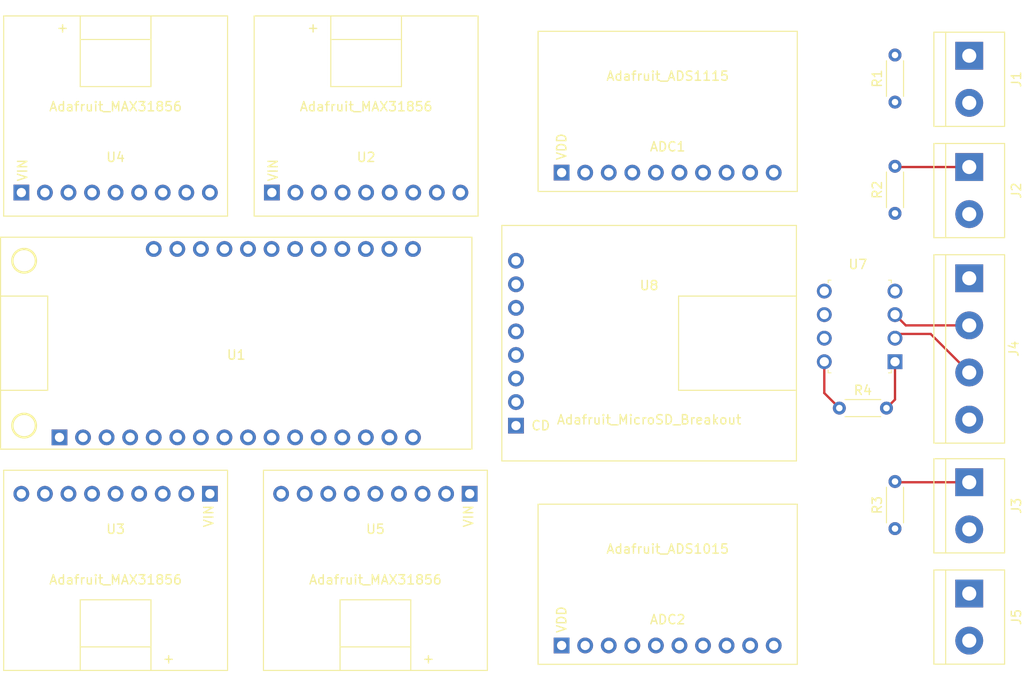
<source format=kicad_pcb>
(kicad_pcb (version 20171130) (host pcbnew "(5.1.6)-1")

  (general
    (thickness 1.6)
    (drawings 0)
    (tracks 13)
    (zones 0)
    (modules 18)
    (nets 56)
  )

  (page A4)
  (layers
    (0 F.Cu signal)
    (31 B.Cu signal)
    (33 F.Adhes user)
    (35 F.Paste user)
    (37 F.SilkS user)
    (38 B.Mask user)
    (39 F.Mask user)
    (40 Dwgs.User user)
    (41 Cmts.User user)
    (42 Eco1.User user)
    (43 Eco2.User user)
    (44 Edge.Cuts user)
    (45 Margin user)
    (46 B.CrtYd user)
    (47 F.CrtYd user)
    (49 F.Fab user)
  )

  (setup
    (last_trace_width 0.25)
    (trace_clearance 0.2)
    (zone_clearance 0.508)
    (zone_45_only no)
    (trace_min 0.2)
    (via_size 0.8)
    (via_drill 0.4)
    (via_min_size 0.4)
    (via_min_drill 0.3)
    (uvia_size 0.3)
    (uvia_drill 0.1)
    (uvias_allowed no)
    (uvia_min_size 0.2)
    (uvia_min_drill 0.1)
    (edge_width 0.05)
    (segment_width 0.2)
    (pcb_text_width 0.3)
    (pcb_text_size 1.5 1.5)
    (mod_edge_width 0.12)
    (mod_text_size 1 1)
    (mod_text_width 0.15)
    (pad_size 1.524 1.524)
    (pad_drill 0.762)
    (pad_to_mask_clearance 0.05)
    (aux_axis_origin 0 0)
    (visible_elements 7FFFFFFF)
    (pcbplotparams
      (layerselection 0x010fc_ffffffff)
      (usegerberextensions false)
      (usegerberattributes true)
      (usegerberadvancedattributes true)
      (creategerberjobfile true)
      (excludeedgelayer true)
      (linewidth 0.100000)
      (plotframeref false)
      (viasonmask false)
      (mode 1)
      (useauxorigin false)
      (hpglpennumber 1)
      (hpglpenspeed 20)
      (hpglpendiameter 15.000000)
      (psnegative false)
      (psa4output false)
      (plotreference true)
      (plotvalue true)
      (plotinvisibletext false)
      (padsonsilk false)
      (subtractmaskfromsilk false)
      (outputformat 1)
      (mirror false)
      (drillshape 1)
      (scaleselection 1)
      (outputdirectory ""))
  )

  (net 0 "")
  (net 1 ADC_A3)
  (net 2 ADC_A2)
  (net 3 ADC_A1)
  (net 4 GND)
  (net 5 "Net-(ADC1-Pad6)")
  (net 6 "Net-(ADC1-Pad5)")
  (net 7 I2C_SDA)
  (net 8 I2C_SCL)
  (net 9 +5V)
  (net 10 LOAD_CELL_VOLTAGE)
  (net 11 "Net-(ADC2-Pad6)")
  (net 12 "Net-(ADC2-Pad5)")
  (net 13 +9V)
  (net 14 "Net-(J4-Pad3)")
  (net 15 "Net-(J4-Pad2)")
  (net 16 "Net-(R4-Pad2)")
  (net 17 "Net-(R4-Pad1)")
  (net 18 "Net-(U1-Pad28)")
  (net 19 "Net-(U1-Pad27)")
  (net 20 "Net-(U1-Pad25)")
  (net 21 CS_5)
  (net 22 CS_4)
  (net 23 CS_3)
  (net 24 CS_2)
  (net 25 CS_1)
  (net 26 "Net-(U1-Pad16)")
  (net 27 "Net-(U1-Pad15)")
  (net 28 "Net-(U1-Pad14)")
  (net 29 SPI_MISO)
  (net 30 SPI_MOSI)
  (net 31 SPI_SCK)
  (net 32 "Net-(U1-Pad10)")
  (net 33 "Net-(U1-Pad9)")
  (net 34 "Net-(U1-Pad8)")
  (net 35 "Net-(U1-Pad7)")
  (net 36 "Net-(U1-Pad6)")
  (net 37 "Net-(U1-Pad5)")
  (net 38 "Net-(U1-Pad3)")
  (net 39 +3V3)
  (net 40 "Net-(U1-Pad1)")
  (net 41 "Net-(U2-Pad9)")
  (net 42 "Net-(U2-Pad8)")
  (net 43 "Net-(U2-Pad2)")
  (net 44 "Net-(U3-Pad9)")
  (net 45 "Net-(U3-Pad8)")
  (net 46 "Net-(U3-Pad2)")
  (net 47 "Net-(U4-Pad9)")
  (net 48 "Net-(U4-Pad8)")
  (net 49 "Net-(U4-Pad2)")
  (net 50 "Net-(U5-Pad9)")
  (net 51 "Net-(U5-Pad8)")
  (net 52 "Net-(U5-Pad2)")
  (net 53 "Net-(U8-Pad8)")
  (net 54 "Net-(U8-Pad1)")
  (net 55 "Net-(U1-Pad24)")

  (net_class Default "This is the default net class."
    (clearance 0.2)
    (trace_width 0.25)
    (via_dia 0.8)
    (via_drill 0.4)
    (uvia_dia 0.3)
    (uvia_drill 0.1)
    (add_net +3V3)
    (add_net +5V)
    (add_net +9V)
    (add_net ADC_A1)
    (add_net ADC_A2)
    (add_net ADC_A3)
    (add_net CS_1)
    (add_net CS_2)
    (add_net CS_3)
    (add_net CS_4)
    (add_net CS_5)
    (add_net GND)
    (add_net I2C_SCL)
    (add_net I2C_SDA)
    (add_net LOAD_CELL_VOLTAGE)
    (add_net "Net-(ADC1-Pad5)")
    (add_net "Net-(ADC1-Pad6)")
    (add_net "Net-(ADC2-Pad5)")
    (add_net "Net-(ADC2-Pad6)")
    (add_net "Net-(J4-Pad2)")
    (add_net "Net-(J4-Pad3)")
    (add_net "Net-(R4-Pad1)")
    (add_net "Net-(R4-Pad2)")
    (add_net "Net-(U1-Pad1)")
    (add_net "Net-(U1-Pad10)")
    (add_net "Net-(U1-Pad14)")
    (add_net "Net-(U1-Pad15)")
    (add_net "Net-(U1-Pad16)")
    (add_net "Net-(U1-Pad24)")
    (add_net "Net-(U1-Pad25)")
    (add_net "Net-(U1-Pad27)")
    (add_net "Net-(U1-Pad28)")
    (add_net "Net-(U1-Pad3)")
    (add_net "Net-(U1-Pad5)")
    (add_net "Net-(U1-Pad6)")
    (add_net "Net-(U1-Pad7)")
    (add_net "Net-(U1-Pad8)")
    (add_net "Net-(U1-Pad9)")
    (add_net "Net-(U2-Pad2)")
    (add_net "Net-(U2-Pad8)")
    (add_net "Net-(U2-Pad9)")
    (add_net "Net-(U3-Pad2)")
    (add_net "Net-(U3-Pad8)")
    (add_net "Net-(U3-Pad9)")
    (add_net "Net-(U4-Pad2)")
    (add_net "Net-(U4-Pad8)")
    (add_net "Net-(U4-Pad9)")
    (add_net "Net-(U5-Pad2)")
    (add_net "Net-(U5-Pad8)")
    (add_net "Net-(U5-Pad9)")
    (add_net "Net-(U8-Pad1)")
    (add_net "Net-(U8-Pad8)")
    (add_net SPI_MISO)
    (add_net SPI_MOSI)
    (add_net SPI_SCK)
  )

  (module "Test Bench PCB Breakout:Adafruit_MAX31856" (layer F.Cu) (tedit 5FA8005D) (tstamp 5FA8B596)
    (at 63 49.5)
    (path /5F8AB175)
    (fp_text reference U4 (at 0 4.445) (layer F.SilkS)
      (effects (font (size 1 1) (thickness 0.15)))
    )
    (fp_text value Adafruit_MAX31856 (at 0 -1.016) (layer F.SilkS)
      (effects (font (size 1 1) (thickness 0.15)))
    )
    (fp_line (start -3.81 -8.255) (end 3.81 -8.255) (layer F.SilkS) (width 0.12))
    (fp_line (start 3.81 -3.175) (end 3.81 -10.795) (layer F.SilkS) (width 0.12))
    (fp_line (start -3.81 -3.175) (end 3.81 -3.175) (layer F.SilkS) (width 0.12))
    (fp_line (start -3.81 -10.795) (end -3.81 -3.175) (layer F.SilkS) (width 0.12))
    (fp_line (start -12.065 10.795) (end 12.065 10.795) (layer F.SilkS) (width 0.12))
    (fp_line (start -12.065 -10.795) (end -12.065 10.795) (layer F.SilkS) (width 0.12))
    (fp_line (start 12.065 -10.795) (end -12.065 -10.795) (layer F.SilkS) (width 0.12))
    (fp_line (start -12.065 10.795) (end -12.065 -10.795) (layer F.Fab) (width 0.12))
    (fp_line (start -12.065 -10.795) (end 12.065 -10.795) (layer F.Fab) (width 0.12))
    (fp_line (start 12.065 -10.795) (end 12.065 10.795) (layer F.Fab) (width 0.12))
    (fp_line (start 12.065 10.795) (end -12.065 10.795) (layer F.Fab) (width 0.12))
    (fp_line (start 12.065 -10.795) (end 12.065 10.795) (layer F.SilkS) (width 0.12))
    (fp_line (start 0 -3.175) (end -3.81 -3.175) (layer F.Fab) (width 0.12))
    (fp_line (start -3.81 -3.175) (end -3.81 -10.795) (layer F.Fab) (width 0.12))
    (fp_line (start 3.81 -10.795) (end 3.81 -3.175) (layer F.Fab) (width 0.12))
    (fp_line (start 3.81 -3.175) (end 0 -3.175) (layer F.Fab) (width 0.12))
    (fp_line (start -3.81 -8.255) (end 3.81 -8.255) (layer F.Fab) (width 0.12))
    (fp_text user + (at -5.715 -9.525) (layer F.SilkS)
      (effects (font (size 1 1) (thickness 0.15)))
    )
    (fp_text user VIN (at -10.033 5.842 90) (layer F.SilkS)
      (effects (font (size 1 1) (thickness 0.15)))
    )
    (pad 9 thru_hole circle (at 10.16 8.255) (size 1.7 1.7) (drill 1) (layers *.Cu *.Mask)
      (net 47 "Net-(U4-Pad9)"))
    (pad 8 thru_hole circle (at 7.62 8.255) (size 1.7 1.7) (drill 1) (layers *.Cu *.Mask)
      (net 48 "Net-(U4-Pad8)"))
    (pad 7 thru_hole circle (at 5.08 8.255) (size 1.7 1.7) (drill 1) (layers *.Cu *.Mask)
      (net 24 CS_2))
    (pad 6 thru_hole circle (at 2.54 8.255) (size 1.7 1.7) (drill 1) (layers *.Cu *.Mask)
      (net 29 SPI_MISO))
    (pad 5 thru_hole circle (at 0 8.255) (size 1.7 1.7) (drill 1) (layers *.Cu *.Mask)
      (net 30 SPI_MOSI))
    (pad 4 thru_hole circle (at -2.54 8.255) (size 1.7 1.7) (drill 1) (layers *.Cu *.Mask)
      (net 31 SPI_SCK))
    (pad 3 thru_hole circle (at -5.08 8.255) (size 1.7 1.7) (drill 1) (layers *.Cu *.Mask)
      (net 4 GND))
    (pad 2 thru_hole circle (at -7.62 8.255) (size 1.7 1.7) (drill 1) (layers *.Cu *.Mask)
      (net 49 "Net-(U4-Pad2)"))
    (pad 1 thru_hole rect (at -10.16 8.255) (size 1.7 1.7) (drill 1) (layers *.Cu *.Mask)
      (net 9 +5V))
  )

  (module "Test Bench PCB Breakout:Adafruit_MAX31856" (layer F.Cu) (tedit 5FA8005D) (tstamp 5FA8B576)
    (at 63 98.5 180)
    (path /5F8A86F2)
    (fp_text reference U3 (at 0 4.445) (layer F.SilkS)
      (effects (font (size 1 1) (thickness 0.15)))
    )
    (fp_text value Adafruit_MAX31856 (at 0 -1.016) (layer F.SilkS)
      (effects (font (size 1 1) (thickness 0.15)))
    )
    (fp_line (start -3.81 -8.255) (end 3.81 -8.255) (layer F.SilkS) (width 0.12))
    (fp_line (start 3.81 -3.175) (end 3.81 -10.795) (layer F.SilkS) (width 0.12))
    (fp_line (start -3.81 -3.175) (end 3.81 -3.175) (layer F.SilkS) (width 0.12))
    (fp_line (start -3.81 -10.795) (end -3.81 -3.175) (layer F.SilkS) (width 0.12))
    (fp_line (start -12.065 10.795) (end 12.065 10.795) (layer F.SilkS) (width 0.12))
    (fp_line (start -12.065 -10.795) (end -12.065 10.795) (layer F.SilkS) (width 0.12))
    (fp_line (start 12.065 -10.795) (end -12.065 -10.795) (layer F.SilkS) (width 0.12))
    (fp_line (start -12.065 10.795) (end -12.065 -10.795) (layer F.Fab) (width 0.12))
    (fp_line (start -12.065 -10.795) (end 12.065 -10.795) (layer F.Fab) (width 0.12))
    (fp_line (start 12.065 -10.795) (end 12.065 10.795) (layer F.Fab) (width 0.12))
    (fp_line (start 12.065 10.795) (end -12.065 10.795) (layer F.Fab) (width 0.12))
    (fp_line (start 12.065 -10.795) (end 12.065 10.795) (layer F.SilkS) (width 0.12))
    (fp_line (start 0 -3.175) (end -3.81 -3.175) (layer F.Fab) (width 0.12))
    (fp_line (start -3.81 -3.175) (end -3.81 -10.795) (layer F.Fab) (width 0.12))
    (fp_line (start 3.81 -10.795) (end 3.81 -3.175) (layer F.Fab) (width 0.12))
    (fp_line (start 3.81 -3.175) (end 0 -3.175) (layer F.Fab) (width 0.12))
    (fp_line (start -3.81 -8.255) (end 3.81 -8.255) (layer F.Fab) (width 0.12))
    (fp_text user + (at -5.715 -9.525) (layer F.SilkS)
      (effects (font (size 1 1) (thickness 0.15)))
    )
    (fp_text user VIN (at -10.033 5.842 90) (layer F.SilkS)
      (effects (font (size 1 1) (thickness 0.15)))
    )
    (pad 9 thru_hole circle (at 10.16 8.255 180) (size 1.7 1.7) (drill 1) (layers *.Cu *.Mask)
      (net 44 "Net-(U3-Pad9)"))
    (pad 8 thru_hole circle (at 7.62 8.255 180) (size 1.7 1.7) (drill 1) (layers *.Cu *.Mask)
      (net 45 "Net-(U3-Pad8)"))
    (pad 7 thru_hole circle (at 5.08 8.255 180) (size 1.7 1.7) (drill 1) (layers *.Cu *.Mask)
      (net 23 CS_3))
    (pad 6 thru_hole circle (at 2.54 8.255 180) (size 1.7 1.7) (drill 1) (layers *.Cu *.Mask)
      (net 29 SPI_MISO))
    (pad 5 thru_hole circle (at 0 8.255 180) (size 1.7 1.7) (drill 1) (layers *.Cu *.Mask)
      (net 30 SPI_MOSI))
    (pad 4 thru_hole circle (at -2.54 8.255 180) (size 1.7 1.7) (drill 1) (layers *.Cu *.Mask)
      (net 31 SPI_SCK))
    (pad 3 thru_hole circle (at -5.08 8.255 180) (size 1.7 1.7) (drill 1) (layers *.Cu *.Mask)
      (net 4 GND))
    (pad 2 thru_hole circle (at -7.62 8.255 180) (size 1.7 1.7) (drill 1) (layers *.Cu *.Mask)
      (net 46 "Net-(U3-Pad2)"))
    (pad 1 thru_hole rect (at -10.16 8.255 180) (size 1.7 1.7) (drill 1) (layers *.Cu *.Mask)
      (net 9 +5V))
  )

  (module "Test Bench PCB Breakout:Adafruit_MicroSD" (layer F.Cu) (tedit 5FA800B6) (tstamp 5FA8B5EF)
    (at 120.5 74 180)
    (path /5F8F764B)
    (fp_text reference U8 (at 0 6.223) (layer F.SilkS)
      (effects (font (size 1 1) (thickness 0.15)))
    )
    (fp_text value Adafruit_MicroSD_Breakout (at 0 -8.255) (layer F.SilkS)
      (effects (font (size 1 1) (thickness 0.15)))
    )
    (fp_line (start -3.175 5.08) (end -15.875 5.08) (layer F.SilkS) (width 0.12))
    (fp_line (start -3.175 -5.08) (end -3.175 5.08) (layer F.SilkS) (width 0.12))
    (fp_line (start -15.875 -5.08) (end -3.175 -5.08) (layer F.SilkS) (width 0.12))
    (fp_line (start -15.875 12.7) (end -15.875 -12.7) (layer F.SilkS) (width 0.12))
    (fp_line (start 15.875 12.7) (end -15.875 12.7) (layer F.SilkS) (width 0.12))
    (fp_line (start 15.875 -12.7) (end 15.875 12.7) (layer F.SilkS) (width 0.12))
    (fp_line (start -15.875 -12.7) (end 15.875 -12.7) (layer F.SilkS) (width 0.12))
    (fp_line (start 15.875 0) (end 15.875 -12.7) (layer F.Fab) (width 0.12))
    (fp_line (start 15.875 -12.7) (end -15.875 -12.7) (layer F.Fab) (width 0.12))
    (fp_line (start -15.875 -12.7) (end -15.875 12.7) (layer F.Fab) (width 0.12))
    (fp_line (start -15.875 12.7) (end 15.875 12.7) (layer F.Fab) (width 0.12))
    (fp_line (start 15.875 12.7) (end 15.875 0) (layer F.Fab) (width 0.12))
    (fp_line (start -15.875 -5.08) (end -3.175 -5.08) (layer F.Fab) (width 0.12))
    (fp_line (start -3.175 -5.08) (end -3.175 5.08) (layer F.Fab) (width 0.12))
    (fp_line (start -3.175 5.08) (end -15.875 5.08) (layer F.Fab) (width 0.12))
    (fp_text user CD (at 11.684 -8.89) (layer F.SilkS)
      (effects (font (size 1 1) (thickness 0.15)))
    )
    (pad 8 thru_hole circle (at 14.351 8.89 180) (size 1.7 1.7) (drill 1) (layers *.Cu *.Mask)
      (net 53 "Net-(U8-Pad8)"))
    (pad 7 thru_hole circle (at 14.351 6.35 180) (size 1.7 1.7) (drill 1) (layers *.Cu *.Mask)
      (net 39 +3V3))
    (pad 6 thru_hole circle (at 14.351 3.81 180) (size 1.7 1.7) (drill 1) (layers *.Cu *.Mask)
      (net 4 GND))
    (pad 5 thru_hole circle (at 14.351 1.27 180) (size 1.7 1.7) (drill 1) (layers *.Cu *.Mask)
      (net 31 SPI_SCK))
    (pad 4 thru_hole circle (at 14.351 -1.27 180) (size 1.7 1.7) (drill 1) (layers *.Cu *.Mask)
      (net 29 SPI_MISO))
    (pad 3 thru_hole circle (at 14.351 -3.81 180) (size 1.7 1.7) (drill 1) (layers *.Cu *.Mask)
      (net 30 SPI_MOSI))
    (pad 2 thru_hole circle (at 14.351 -6.35 180) (size 1.7 1.7) (drill 1) (layers *.Cu *.Mask)
      (net 21 CS_5))
    (pad 1 thru_hole rect (at 14.351 -8.89 180) (size 1.7 1.7) (drill 1) (layers *.Cu *.Mask)
      (net 54 "Net-(U8-Pad1)"))
  )

  (module "Test Bench PCB Breakout:INA_122P" (layer F.Cu) (tedit 5B86B3A2) (tstamp 5FA8B5D3)
    (at 147 76 180)
    (descr http://media.digikey.com/pdf/Data%20Sheets/Lite-On%20PDFs/6N137%20Series.pdf)
    (path /5F8AD66F)
    (fp_text reference U7 (at 4 10.5) (layer F.SilkS)
      (effects (font (size 1 1) (thickness 0.15)))
    )
    (fp_text value INA_122P (at 3.94 10.33) (layer F.Fab)
      (effects (font (size 1 1) (thickness 0.15)))
    )
    (fp_line (start -1.05 8.89) (end 8.67 8.89) (layer F.CrtYd) (width 0.1))
    (fp_line (start -1.05 -1.29) (end -1.05 8.89) (layer F.CrtYd) (width 0.1))
    (fp_line (start 8.67 -1.29) (end 8.67 8.89) (layer F.CrtYd) (width 0.1))
    (fp_line (start -1.05 -1.29) (end 8.67 -1.29) (layer F.CrtYd) (width 0.1))
    (fp_line (start 0.4 -0.9) (end 0.4 -1.2) (layer F.SilkS) (width 0.1))
    (fp_line (start 0.4 -1.2) (end 0.7 -1.2) (layer F.SilkS) (width 0.1))
    (fp_line (start 7.2 -0.9) (end 7.2 -1.2) (layer F.SilkS) (width 0.1))
    (fp_line (start 7.2 -1.2) (end 6.9 -1.2) (layer F.SilkS) (width 0.1))
    (fp_line (start 7.2 8.5) (end 7.2 8.8) (layer F.SilkS) (width 0.1))
    (fp_line (start 7.2 8.8) (end 6.9 8.8) (layer F.SilkS) (width 0.1))
    (fp_line (start 0.4 8.5) (end 0.4 8.8) (layer F.SilkS) (width 0.1))
    (fp_line (start 0.4 8.8) (end 0.7 8.8) (layer F.SilkS) (width 0.1))
    (fp_line (start 0.55 8.64) (end 7.05 8.64) (layer F.Fab) (width 0.1))
    (fp_line (start 0.55 -1.04) (end 7.05 -1.04) (layer F.Fab) (width 0.1))
    (fp_line (start 7.05 -1.04) (end 7.05 8.64) (layer F.Fab) (width 0.1))
    (fp_line (start 0.55 -1.04) (end 0.55 8.64) (layer F.Fab) (width 0.1))
    (fp_text user REF** (at 3.94 3.49) (layer F.Fab)
      (effects (font (size 1 1) (thickness 0.1)))
    )
    (pad 8 thru_hole circle (at 7.62 0 180) (size 1.6 1.6) (drill 1) (layers *.Cu *.Mask)
      (net 17 "Net-(R4-Pad1)"))
    (pad 7 thru_hole circle (at 7.62 2.54 180) (size 1.6 1.6) (drill 1) (layers *.Cu *.Mask)
      (net 9 +5V))
    (pad 6 thru_hole circle (at 7.62 5.08 180) (size 1.6 1.6) (drill 1) (layers *.Cu *.Mask)
      (net 10 LOAD_CELL_VOLTAGE))
    (pad 5 thru_hole circle (at 7.62 7.62 180) (size 1.6 1.6) (drill 1) (layers *.Cu *.Mask)
      (net 4 GND))
    (pad 4 thru_hole circle (at 0 7.62 180) (size 1.6 1.6) (drill 1) (layers *.Cu *.Mask)
      (net 4 GND))
    (pad 3 thru_hole circle (at 0 5.08 180) (size 1.6 1.6) (drill 1) (layers *.Cu *.Mask)
      (net 15 "Net-(J4-Pad2)"))
    (pad 2 thru_hole circle (at 0 2.54 180) (size 1.6 1.6) (drill 1) (layers *.Cu *.Mask)
      (net 14 "Net-(J4-Pad3)"))
    (pad 1 thru_hole rect (at 0 0 180) (size 1.6 1.6) (drill 1) (layers *.Cu *.Mask)
      (net 16 "Net-(R4-Pad2)"))
    (model ${KISYS3DMOD}/Housings_DIP.3dshapes/DIP-8_W7.62mm.wrl
      (at (xyz 0 0 0))
      (scale (xyz 1 1 1))
      (rotate (xyz 0 0 0))
    )
  )

  (module "Test Bench PCB Breakout:Adafruit_MAX31856" (layer F.Cu) (tedit 5FA8005D) (tstamp 5FA8B5B6)
    (at 91 98.5 180)
    (path /5F8AB18D)
    (fp_text reference U5 (at 0 4.445) (layer F.SilkS)
      (effects (font (size 1 1) (thickness 0.15)))
    )
    (fp_text value Adafruit_MAX31856 (at 0 -1.016) (layer F.SilkS)
      (effects (font (size 1 1) (thickness 0.15)))
    )
    (fp_line (start -3.81 -8.255) (end 3.81 -8.255) (layer F.SilkS) (width 0.12))
    (fp_line (start 3.81 -3.175) (end 3.81 -10.795) (layer F.SilkS) (width 0.12))
    (fp_line (start -3.81 -3.175) (end 3.81 -3.175) (layer F.SilkS) (width 0.12))
    (fp_line (start -3.81 -10.795) (end -3.81 -3.175) (layer F.SilkS) (width 0.12))
    (fp_line (start -12.065 10.795) (end 12.065 10.795) (layer F.SilkS) (width 0.12))
    (fp_line (start -12.065 -10.795) (end -12.065 10.795) (layer F.SilkS) (width 0.12))
    (fp_line (start 12.065 -10.795) (end -12.065 -10.795) (layer F.SilkS) (width 0.12))
    (fp_line (start -12.065 10.795) (end -12.065 -10.795) (layer F.Fab) (width 0.12))
    (fp_line (start -12.065 -10.795) (end 12.065 -10.795) (layer F.Fab) (width 0.12))
    (fp_line (start 12.065 -10.795) (end 12.065 10.795) (layer F.Fab) (width 0.12))
    (fp_line (start 12.065 10.795) (end -12.065 10.795) (layer F.Fab) (width 0.12))
    (fp_line (start 12.065 -10.795) (end 12.065 10.795) (layer F.SilkS) (width 0.12))
    (fp_line (start 0 -3.175) (end -3.81 -3.175) (layer F.Fab) (width 0.12))
    (fp_line (start -3.81 -3.175) (end -3.81 -10.795) (layer F.Fab) (width 0.12))
    (fp_line (start 3.81 -10.795) (end 3.81 -3.175) (layer F.Fab) (width 0.12))
    (fp_line (start 3.81 -3.175) (end 0 -3.175) (layer F.Fab) (width 0.12))
    (fp_line (start -3.81 -8.255) (end 3.81 -8.255) (layer F.Fab) (width 0.12))
    (fp_text user + (at -5.715 -9.525) (layer F.SilkS)
      (effects (font (size 1 1) (thickness 0.15)))
    )
    (fp_text user VIN (at -10.033 5.842 90) (layer F.SilkS)
      (effects (font (size 1 1) (thickness 0.15)))
    )
    (pad 9 thru_hole circle (at 10.16 8.255 180) (size 1.7 1.7) (drill 1) (layers *.Cu *.Mask)
      (net 50 "Net-(U5-Pad9)"))
    (pad 8 thru_hole circle (at 7.62 8.255 180) (size 1.7 1.7) (drill 1) (layers *.Cu *.Mask)
      (net 51 "Net-(U5-Pad8)"))
    (pad 7 thru_hole circle (at 5.08 8.255 180) (size 1.7 1.7) (drill 1) (layers *.Cu *.Mask)
      (net 22 CS_4))
    (pad 6 thru_hole circle (at 2.54 8.255 180) (size 1.7 1.7) (drill 1) (layers *.Cu *.Mask)
      (net 29 SPI_MISO))
    (pad 5 thru_hole circle (at 0 8.255 180) (size 1.7 1.7) (drill 1) (layers *.Cu *.Mask)
      (net 30 SPI_MOSI))
    (pad 4 thru_hole circle (at -2.54 8.255 180) (size 1.7 1.7) (drill 1) (layers *.Cu *.Mask)
      (net 31 SPI_SCK))
    (pad 3 thru_hole circle (at -5.08 8.255 180) (size 1.7 1.7) (drill 1) (layers *.Cu *.Mask)
      (net 4 GND))
    (pad 2 thru_hole circle (at -7.62 8.255 180) (size 1.7 1.7) (drill 1) (layers *.Cu *.Mask)
      (net 52 "Net-(U5-Pad2)"))
    (pad 1 thru_hole rect (at -10.16 8.255 180) (size 1.7 1.7) (drill 1) (layers *.Cu *.Mask)
      (net 9 +5V))
  )

  (module "Test Bench PCB Breakout:Adafruit_MAX31856" (layer F.Cu) (tedit 5FA8005D) (tstamp 5FA8B556)
    (at 90 49.5)
    (path /5F8A1A33)
    (fp_text reference U2 (at 0 4.445) (layer F.SilkS)
      (effects (font (size 1 1) (thickness 0.15)))
    )
    (fp_text value Adafruit_MAX31856 (at 0 -1.016) (layer F.SilkS)
      (effects (font (size 1 1) (thickness 0.15)))
    )
    (fp_line (start -3.81 -8.255) (end 3.81 -8.255) (layer F.SilkS) (width 0.12))
    (fp_line (start 3.81 -3.175) (end 3.81 -10.795) (layer F.SilkS) (width 0.12))
    (fp_line (start -3.81 -3.175) (end 3.81 -3.175) (layer F.SilkS) (width 0.12))
    (fp_line (start -3.81 -10.795) (end -3.81 -3.175) (layer F.SilkS) (width 0.12))
    (fp_line (start -12.065 10.795) (end 12.065 10.795) (layer F.SilkS) (width 0.12))
    (fp_line (start -12.065 -10.795) (end -12.065 10.795) (layer F.SilkS) (width 0.12))
    (fp_line (start 12.065 -10.795) (end -12.065 -10.795) (layer F.SilkS) (width 0.12))
    (fp_line (start -12.065 10.795) (end -12.065 -10.795) (layer F.Fab) (width 0.12))
    (fp_line (start -12.065 -10.795) (end 12.065 -10.795) (layer F.Fab) (width 0.12))
    (fp_line (start 12.065 -10.795) (end 12.065 10.795) (layer F.Fab) (width 0.12))
    (fp_line (start 12.065 10.795) (end -12.065 10.795) (layer F.Fab) (width 0.12))
    (fp_line (start 12.065 -10.795) (end 12.065 10.795) (layer F.SilkS) (width 0.12))
    (fp_line (start 0 -3.175) (end -3.81 -3.175) (layer F.Fab) (width 0.12))
    (fp_line (start -3.81 -3.175) (end -3.81 -10.795) (layer F.Fab) (width 0.12))
    (fp_line (start 3.81 -10.795) (end 3.81 -3.175) (layer F.Fab) (width 0.12))
    (fp_line (start 3.81 -3.175) (end 0 -3.175) (layer F.Fab) (width 0.12))
    (fp_line (start -3.81 -8.255) (end 3.81 -8.255) (layer F.Fab) (width 0.12))
    (fp_text user + (at -5.715 -9.525) (layer F.SilkS)
      (effects (font (size 1 1) (thickness 0.15)))
    )
    (fp_text user VIN (at -10.033 5.842 90) (layer F.SilkS)
      (effects (font (size 1 1) (thickness 0.15)))
    )
    (pad 9 thru_hole circle (at 10.16 8.255) (size 1.7 1.7) (drill 1) (layers *.Cu *.Mask)
      (net 41 "Net-(U2-Pad9)"))
    (pad 8 thru_hole circle (at 7.62 8.255) (size 1.7 1.7) (drill 1) (layers *.Cu *.Mask)
      (net 42 "Net-(U2-Pad8)"))
    (pad 7 thru_hole circle (at 5.08 8.255) (size 1.7 1.7) (drill 1) (layers *.Cu *.Mask)
      (net 25 CS_1))
    (pad 6 thru_hole circle (at 2.54 8.255) (size 1.7 1.7) (drill 1) (layers *.Cu *.Mask)
      (net 29 SPI_MISO))
    (pad 5 thru_hole circle (at 0 8.255) (size 1.7 1.7) (drill 1) (layers *.Cu *.Mask)
      (net 30 SPI_MOSI))
    (pad 4 thru_hole circle (at -2.54 8.255) (size 1.7 1.7) (drill 1) (layers *.Cu *.Mask)
      (net 31 SPI_SCK))
    (pad 3 thru_hole circle (at -5.08 8.255) (size 1.7 1.7) (drill 1) (layers *.Cu *.Mask)
      (net 4 GND))
    (pad 2 thru_hole circle (at -7.62 8.255) (size 1.7 1.7) (drill 1) (layers *.Cu *.Mask)
      (net 43 "Net-(U2-Pad2)"))
    (pad 1 thru_hole rect (at -10.16 8.255) (size 1.7 1.7) (drill 1) (layers *.Cu *.Mask)
      (net 9 +5V))
  )

  (module "Test Bench PCB Breakout:Adafruit_Huzzah32" (layer F.Cu) (tedit 5FA7FFF1) (tstamp 5FA8B536)
    (at 76 74)
    (path /5F7A20EC)
    (fp_text reference U1 (at 0 1.27) (layer F.SilkS)
      (effects (font (size 1 1) (thickness 0.15)))
    )
    (fp_text value AdafruitHuzzah32Breakout (at 0 -1.905) (layer F.Fab)
      (effects (font (size 1 1) (thickness 0.15)))
    )
    (fp_line (start -20.32 5.08) (end -25.4 5.08) (layer F.SilkS) (width 0.12))
    (fp_line (start -20.32 -5.08) (end -20.32 5.08) (layer F.SilkS) (width 0.12))
    (fp_line (start -25.4 -5.08) (end -20.32 -5.08) (layer F.SilkS) (width 0.12))
    (fp_line (start -25.4 -11.43) (end -25.4 11.43) (layer F.SilkS) (width 0.12))
    (fp_line (start 25.4 -11.43) (end 25.4 11.43) (layer F.SilkS) (width 0.12))
    (fp_line (start 0 -11.43) (end 25.4 -11.43) (layer F.Fab) (width 0.12))
    (fp_line (start 25.4 -11.43) (end 25.4 11.43) (layer F.Fab) (width 0.12))
    (fp_line (start 25.4 11.43) (end -25.4 11.43) (layer F.Fab) (width 0.12))
    (fp_line (start -25.4 11.43) (end -25.4 -11.43) (layer F.Fab) (width 0.12))
    (fp_line (start -25.4 -11.43) (end 0 -11.43) (layer F.Fab) (width 0.12))
    (fp_circle (center -22.86 8.89) (end -21.59 8.89) (layer F.Fab) (width 0.12))
    (fp_circle (center -22.86 -8.89) (end -21.59 -8.89) (layer F.Fab) (width 0.12))
    (fp_circle (center -22.86 -8.89) (end -21.59 -8.89) (layer F.SilkS) (width 0.254))
    (fp_circle (center -22.86 8.89) (end -21.59 8.89) (layer F.SilkS) (width 0.254))
    (fp_line (start -25.4 -5.08) (end -20.32 -5.08) (layer F.Fab) (width 0.12))
    (fp_line (start -20.32 -5.08) (end -20.32 5.08) (layer F.Fab) (width 0.12))
    (fp_line (start -20.32 5.08) (end -25.4 5.08) (layer F.Fab) (width 0.12))
    (fp_line (start -25.4 5.08) (end -25.4 -5.08) (layer F.Fab) (width 0.12))
    (fp_line (start -25.4 -11.43) (end 25.4 -11.43) (layer F.SilkS) (width 0.12))
    (fp_line (start -25.4 11.43) (end 25.4 11.43) (layer F.SilkS) (width 0.12))
    (pad 28 thru_hole circle (at -8.89 -10.16) (size 1.7 1.7) (drill 1) (layers *.Cu *.Mask)
      (net 18 "Net-(U1-Pad28)"))
    (pad 27 thru_hole circle (at -6.35 -10.16) (size 1.7 1.7) (drill 1) (layers *.Cu *.Mask)
      (net 19 "Net-(U1-Pad27)"))
    (pad 26 thru_hole circle (at -3.81 -10.16) (size 1.7 1.7) (drill 1) (layers *.Cu *.Mask)
      (net 9 +5V))
    (pad 25 thru_hole circle (at -1.27 -10.16) (size 1.7 1.7) (drill 1) (layers *.Cu *.Mask)
      (net 20 "Net-(U1-Pad25)"))
    (pad 24 thru_hole circle (at 1.27 -10.16) (size 1.7 1.7) (drill 1) (layers *.Cu *.Mask)
      (net 55 "Net-(U1-Pad24)"))
    (pad 23 thru_hole circle (at 3.81 -10.16) (size 1.7 1.7) (drill 1) (layers *.Cu *.Mask)
      (net 21 CS_5))
    (pad 22 thru_hole circle (at 6.35 -10.16) (size 1.7 1.7) (drill 1) (layers *.Cu *.Mask)
      (net 22 CS_4))
    (pad 21 thru_hole circle (at 8.89 -10.16) (size 1.7 1.7) (drill 1) (layers *.Cu *.Mask)
      (net 23 CS_3))
    (pad 20 thru_hole circle (at 11.43 -10.16) (size 1.7 1.7) (drill 1) (layers *.Cu *.Mask)
      (net 24 CS_2))
    (pad 19 thru_hole circle (at 13.97 -10.16) (size 1.7 1.7) (drill 1) (layers *.Cu *.Mask)
      (net 25 CS_1))
    (pad 18 thru_hole circle (at 16.51 -10.16) (size 1.7 1.7) (drill 1) (layers *.Cu *.Mask)
      (net 8 I2C_SCL))
    (pad 17 thru_hole circle (at 19.05 -10.16) (size 1.7 1.7) (drill 1) (layers *.Cu *.Mask)
      (net 7 I2C_SDA))
    (pad 16 thru_hole circle (at 19.05 10.16) (size 1.7 1.7) (drill 1) (layers *.Cu *.Mask)
      (net 26 "Net-(U1-Pad16)"))
    (pad 15 thru_hole circle (at 16.51 10.16) (size 1.7 1.7) (drill 1) (layers *.Cu *.Mask)
      (net 27 "Net-(U1-Pad15)"))
    (pad 14 thru_hole circle (at 13.97 10.16) (size 1.7 1.7) (drill 1) (layers *.Cu *.Mask)
      (net 28 "Net-(U1-Pad14)"))
    (pad 13 thru_hole circle (at 11.43 10.16) (size 1.7 1.7) (drill 1) (layers *.Cu *.Mask)
      (net 29 SPI_MISO))
    (pad 12 thru_hole circle (at 8.89 10.16) (size 1.7 1.7) (drill 1) (layers *.Cu *.Mask)
      (net 30 SPI_MOSI))
    (pad 11 thru_hole circle (at 6.35 10.16) (size 1.7 1.7) (drill 1) (layers *.Cu *.Mask)
      (net 31 SPI_SCK))
    (pad 10 thru_hole circle (at 3.81 10.16) (size 1.7 1.7) (drill 1) (layers *.Cu *.Mask)
      (net 32 "Net-(U1-Pad10)"))
    (pad 9 thru_hole circle (at 1.27 10.16) (size 1.7 1.7) (drill 1) (layers *.Cu *.Mask)
      (net 33 "Net-(U1-Pad9)"))
    (pad 8 thru_hole circle (at -1.27 10.16) (size 1.7 1.7) (drill 1) (layers *.Cu *.Mask)
      (net 34 "Net-(U1-Pad8)"))
    (pad 7 thru_hole circle (at -3.81 10.16) (size 1.7 1.7) (drill 1) (layers *.Cu *.Mask)
      (net 35 "Net-(U1-Pad7)"))
    (pad 6 thru_hole circle (at -6.35 10.16) (size 1.7 1.7) (drill 1) (layers *.Cu *.Mask)
      (net 36 "Net-(U1-Pad6)"))
    (pad 5 thru_hole circle (at -8.89 10.16) (size 1.7 1.7) (drill 1) (layers *.Cu *.Mask)
      (net 37 "Net-(U1-Pad5)"))
    (pad 4 thru_hole circle (at -11.43 10.16) (size 1.7 1.7) (drill 1) (layers *.Cu *.Mask)
      (net 4 GND))
    (pad 3 thru_hole circle (at -13.97 10.16) (size 1.7 1.7) (drill 1) (layers *.Cu *.Mask)
      (net 38 "Net-(U1-Pad3)"))
    (pad 2 thru_hole circle (at -16.51 10.16) (size 1.7 1.7) (drill 1) (layers *.Cu *.Mask)
      (net 39 +3V3))
    (pad 1 thru_hole rect (at -19.05 10.16) (size 1.7 1.7) (drill 1) (layers *.Cu *.Mask)
      (net 40 "Net-(U1-Pad1)"))
    (model "C:/Users/jacoi/Desktop/3405 Adafruit HUZZAH32 ESP32 Feather.step"
      (offset (xyz -25.4 -11.43 0))
      (scale (xyz 1 1 1))
      (rotate (xyz 0 0 0))
    )
  )

  (module Resistor_THT:R_Axial_DIN0204_L3.6mm_D1.6mm_P5.08mm_Horizontal (layer F.Cu) (tedit 5AE5139B) (tstamp 5FA8B502)
    (at 141 81)
    (descr "Resistor, Axial_DIN0204 series, Axial, Horizontal, pin pitch=5.08mm, 0.167W, length*diameter=3.6*1.6mm^2, http://cdn-reichelt.de/documents/datenblatt/B400/1_4W%23YAG.pdf")
    (tags "Resistor Axial_DIN0204 series Axial Horizontal pin pitch 5.08mm 0.167W length 3.6mm diameter 1.6mm")
    (path /5F8AF536)
    (fp_text reference R4 (at 2.54 -1.92) (layer F.SilkS)
      (effects (font (size 1 1) (thickness 0.15)))
    )
    (fp_text value 4k20 (at 2.54 1.92) (layer F.Fab)
      (effects (font (size 1 1) (thickness 0.15)))
    )
    (fp_line (start 6.03 -1.05) (end -0.95 -1.05) (layer F.CrtYd) (width 0.05))
    (fp_line (start 6.03 1.05) (end 6.03 -1.05) (layer F.CrtYd) (width 0.05))
    (fp_line (start -0.95 1.05) (end 6.03 1.05) (layer F.CrtYd) (width 0.05))
    (fp_line (start -0.95 -1.05) (end -0.95 1.05) (layer F.CrtYd) (width 0.05))
    (fp_line (start 0.62 0.92) (end 4.46 0.92) (layer F.SilkS) (width 0.12))
    (fp_line (start 0.62 -0.92) (end 4.46 -0.92) (layer F.SilkS) (width 0.12))
    (fp_line (start 5.08 0) (end 4.34 0) (layer F.Fab) (width 0.1))
    (fp_line (start 0 0) (end 0.74 0) (layer F.Fab) (width 0.1))
    (fp_line (start 4.34 -0.8) (end 0.74 -0.8) (layer F.Fab) (width 0.1))
    (fp_line (start 4.34 0.8) (end 4.34 -0.8) (layer F.Fab) (width 0.1))
    (fp_line (start 0.74 0.8) (end 4.34 0.8) (layer F.Fab) (width 0.1))
    (fp_line (start 0.74 -0.8) (end 0.74 0.8) (layer F.Fab) (width 0.1))
    (fp_text user %R (at 2.54 0) (layer F.Fab)
      (effects (font (size 0.72 0.72) (thickness 0.108)))
    )
    (pad 2 thru_hole oval (at 5.08 0) (size 1.4 1.4) (drill 0.7) (layers *.Cu *.Mask)
      (net 16 "Net-(R4-Pad2)"))
    (pad 1 thru_hole circle (at 0 0) (size 1.4 1.4) (drill 0.7) (layers *.Cu *.Mask)
      (net 17 "Net-(R4-Pad1)"))
    (model ${KISYS3DMOD}/Resistor_THT.3dshapes/R_Axial_DIN0204_L3.6mm_D1.6mm_P5.08mm_Horizontal.wrl
      (at (xyz 0 0 0))
      (scale (xyz 1 1 1))
      (rotate (xyz 0 0 0))
    )
  )

  (module Resistor_THT:R_Axial_DIN0204_L3.6mm_D1.6mm_P5.08mm_Horizontal (layer F.Cu) (tedit 5AE5139B) (tstamp 5FA8B4EF)
    (at 147 94 90)
    (descr "Resistor, Axial_DIN0204 series, Axial, Horizontal, pin pitch=5.08mm, 0.167W, length*diameter=3.6*1.6mm^2, http://cdn-reichelt.de/documents/datenblatt/B400/1_4W%23YAG.pdf")
    (tags "Resistor Axial_DIN0204 series Axial Horizontal pin pitch 5.08mm 0.167W length 3.6mm diameter 1.6mm")
    (path /5F8FE1D3)
    (fp_text reference R3 (at 2.54 -1.92 90) (layer F.SilkS)
      (effects (font (size 1 1) (thickness 0.15)))
    )
    (fp_text value 250 (at 2.54 1.92 90) (layer F.Fab)
      (effects (font (size 1 1) (thickness 0.15)))
    )
    (fp_line (start 6.03 -1.05) (end -0.95 -1.05) (layer F.CrtYd) (width 0.05))
    (fp_line (start 6.03 1.05) (end 6.03 -1.05) (layer F.CrtYd) (width 0.05))
    (fp_line (start -0.95 1.05) (end 6.03 1.05) (layer F.CrtYd) (width 0.05))
    (fp_line (start -0.95 -1.05) (end -0.95 1.05) (layer F.CrtYd) (width 0.05))
    (fp_line (start 0.62 0.92) (end 4.46 0.92) (layer F.SilkS) (width 0.12))
    (fp_line (start 0.62 -0.92) (end 4.46 -0.92) (layer F.SilkS) (width 0.12))
    (fp_line (start 5.08 0) (end 4.34 0) (layer F.Fab) (width 0.1))
    (fp_line (start 0 0) (end 0.74 0) (layer F.Fab) (width 0.1))
    (fp_line (start 4.34 -0.8) (end 0.74 -0.8) (layer F.Fab) (width 0.1))
    (fp_line (start 4.34 0.8) (end 4.34 -0.8) (layer F.Fab) (width 0.1))
    (fp_line (start 0.74 0.8) (end 4.34 0.8) (layer F.Fab) (width 0.1))
    (fp_line (start 0.74 -0.8) (end 0.74 0.8) (layer F.Fab) (width 0.1))
    (fp_text user %R (at 2.54 0 90) (layer F.Fab)
      (effects (font (size 0.72 0.72) (thickness 0.108)))
    )
    (pad 2 thru_hole oval (at 5.08 0 90) (size 1.4 1.4) (drill 0.7) (layers *.Cu *.Mask)
      (net 1 ADC_A3))
    (pad 1 thru_hole circle (at 0 0 90) (size 1.4 1.4) (drill 0.7) (layers *.Cu *.Mask)
      (net 4 GND))
    (model ${KISYS3DMOD}/Resistor_THT.3dshapes/R_Axial_DIN0204_L3.6mm_D1.6mm_P5.08mm_Horizontal.wrl
      (at (xyz 0 0 0))
      (scale (xyz 1 1 1))
      (rotate (xyz 0 0 0))
    )
  )

  (module Resistor_THT:R_Axial_DIN0204_L3.6mm_D1.6mm_P5.08mm_Horizontal (layer F.Cu) (tedit 5AE5139B) (tstamp 5FA8B8E4)
    (at 147 60 90)
    (descr "Resistor, Axial_DIN0204 series, Axial, Horizontal, pin pitch=5.08mm, 0.167W, length*diameter=3.6*1.6mm^2, http://cdn-reichelt.de/documents/datenblatt/B400/1_4W%23YAG.pdf")
    (tags "Resistor Axial_DIN0204 series Axial Horizontal pin pitch 5.08mm 0.167W length 3.6mm diameter 1.6mm")
    (path /5F8FBDC1)
    (fp_text reference R2 (at 2.54 -1.92 90) (layer F.SilkS)
      (effects (font (size 1 1) (thickness 0.15)))
    )
    (fp_text value 250 (at 2.54 1.92 90) (layer F.Fab)
      (effects (font (size 1 1) (thickness 0.15)))
    )
    (fp_line (start 6.03 -1.05) (end -0.95 -1.05) (layer F.CrtYd) (width 0.05))
    (fp_line (start 6.03 1.05) (end 6.03 -1.05) (layer F.CrtYd) (width 0.05))
    (fp_line (start -0.95 1.05) (end 6.03 1.05) (layer F.CrtYd) (width 0.05))
    (fp_line (start -0.95 -1.05) (end -0.95 1.05) (layer F.CrtYd) (width 0.05))
    (fp_line (start 0.62 0.92) (end 4.46 0.92) (layer F.SilkS) (width 0.12))
    (fp_line (start 0.62 -0.92) (end 4.46 -0.92) (layer F.SilkS) (width 0.12))
    (fp_line (start 5.08 0) (end 4.34 0) (layer F.Fab) (width 0.1))
    (fp_line (start 0 0) (end 0.74 0) (layer F.Fab) (width 0.1))
    (fp_line (start 4.34 -0.8) (end 0.74 -0.8) (layer F.Fab) (width 0.1))
    (fp_line (start 4.34 0.8) (end 4.34 -0.8) (layer F.Fab) (width 0.1))
    (fp_line (start 0.74 0.8) (end 4.34 0.8) (layer F.Fab) (width 0.1))
    (fp_line (start 0.74 -0.8) (end 0.74 0.8) (layer F.Fab) (width 0.1))
    (fp_text user %R (at 2.54 0 90) (layer F.Fab)
      (effects (font (size 0.72 0.72) (thickness 0.108)))
    )
    (pad 2 thru_hole oval (at 5.08 0 90) (size 1.4 1.4) (drill 0.7) (layers *.Cu *.Mask)
      (net 2 ADC_A2))
    (pad 1 thru_hole circle (at 0 0 90) (size 1.4 1.4) (drill 0.7) (layers *.Cu *.Mask)
      (net 4 GND))
    (model ${KISYS3DMOD}/Resistor_THT.3dshapes/R_Axial_DIN0204_L3.6mm_D1.6mm_P5.08mm_Horizontal.wrl
      (at (xyz 0 0 0))
      (scale (xyz 1 1 1))
      (rotate (xyz 0 0 0))
    )
  )

  (module Resistor_THT:R_Axial_DIN0204_L3.6mm_D1.6mm_P5.08mm_Horizontal (layer F.Cu) (tedit 5AE5139B) (tstamp 5FA8B91A)
    (at 147 48 90)
    (descr "Resistor, Axial_DIN0204 series, Axial, Horizontal, pin pitch=5.08mm, 0.167W, length*diameter=3.6*1.6mm^2, http://cdn-reichelt.de/documents/datenblatt/B400/1_4W%23YAG.pdf")
    (tags "Resistor Axial_DIN0204 series Axial Horizontal pin pitch 5.08mm 0.167W length 3.6mm diameter 1.6mm")
    (path /5F8DD851)
    (fp_text reference R1 (at 2.54 -1.92 90) (layer F.SilkS)
      (effects (font (size 1 1) (thickness 0.15)))
    )
    (fp_text value 250 (at 2.54 1.92 90) (layer F.Fab)
      (effects (font (size 1 1) (thickness 0.15)))
    )
    (fp_line (start 6.03 -1.05) (end -0.95 -1.05) (layer F.CrtYd) (width 0.05))
    (fp_line (start 6.03 1.05) (end 6.03 -1.05) (layer F.CrtYd) (width 0.05))
    (fp_line (start -0.95 1.05) (end 6.03 1.05) (layer F.CrtYd) (width 0.05))
    (fp_line (start -0.95 -1.05) (end -0.95 1.05) (layer F.CrtYd) (width 0.05))
    (fp_line (start 0.62 0.92) (end 4.46 0.92) (layer F.SilkS) (width 0.12))
    (fp_line (start 0.62 -0.92) (end 4.46 -0.92) (layer F.SilkS) (width 0.12))
    (fp_line (start 5.08 0) (end 4.34 0) (layer F.Fab) (width 0.1))
    (fp_line (start 0 0) (end 0.74 0) (layer F.Fab) (width 0.1))
    (fp_line (start 4.34 -0.8) (end 0.74 -0.8) (layer F.Fab) (width 0.1))
    (fp_line (start 4.34 0.8) (end 4.34 -0.8) (layer F.Fab) (width 0.1))
    (fp_line (start 0.74 0.8) (end 4.34 0.8) (layer F.Fab) (width 0.1))
    (fp_line (start 0.74 -0.8) (end 0.74 0.8) (layer F.Fab) (width 0.1))
    (fp_text user %R (at 2.54 0 90) (layer F.Fab)
      (effects (font (size 0.72 0.72) (thickness 0.108)))
    )
    (pad 2 thru_hole oval (at 5.08 0 90) (size 1.4 1.4) (drill 0.7) (layers *.Cu *.Mask)
      (net 3 ADC_A1))
    (pad 1 thru_hole circle (at 0 0 90) (size 1.4 1.4) (drill 0.7) (layers *.Cu *.Mask)
      (net 4 GND))
    (model ${KISYS3DMOD}/Resistor_THT.3dshapes/R_Axial_DIN0204_L3.6mm_D1.6mm_P5.08mm_Horizontal.wrl
      (at (xyz 0 0 0))
      (scale (xyz 1 1 1))
      (rotate (xyz 0 0 0))
    )
  )

  (module TerminalBlock:TerminalBlock_bornier-2_P5.08mm (layer F.Cu) (tedit 59FF03AB) (tstamp 5FA8B4B6)
    (at 155 101 270)
    (descr "simple 2-pin terminal block, pitch 5.08mm, revamped version of bornier2")
    (tags "terminal block bornier2")
    (path /5F9D2875)
    (fp_text reference J5 (at 2.54 -5.08 90) (layer F.SilkS)
      (effects (font (size 1 1) (thickness 0.15)))
    )
    (fp_text value Screw_Terminal_01x02 (at 2.54 5.08 90) (layer F.Fab)
      (effects (font (size 1 1) (thickness 0.15)))
    )
    (fp_line (start 7.79 4) (end -2.71 4) (layer F.CrtYd) (width 0.05))
    (fp_line (start 7.79 4) (end 7.79 -4) (layer F.CrtYd) (width 0.05))
    (fp_line (start -2.71 -4) (end -2.71 4) (layer F.CrtYd) (width 0.05))
    (fp_line (start -2.71 -4) (end 7.79 -4) (layer F.CrtYd) (width 0.05))
    (fp_line (start -2.54 3.81) (end 7.62 3.81) (layer F.SilkS) (width 0.12))
    (fp_line (start -2.54 -3.81) (end -2.54 3.81) (layer F.SilkS) (width 0.12))
    (fp_line (start 7.62 -3.81) (end -2.54 -3.81) (layer F.SilkS) (width 0.12))
    (fp_line (start 7.62 3.81) (end 7.62 -3.81) (layer F.SilkS) (width 0.12))
    (fp_line (start 7.62 2.54) (end -2.54 2.54) (layer F.SilkS) (width 0.12))
    (fp_line (start 7.54 -3.75) (end -2.46 -3.75) (layer F.Fab) (width 0.1))
    (fp_line (start 7.54 3.75) (end 7.54 -3.75) (layer F.Fab) (width 0.1))
    (fp_line (start -2.46 3.75) (end 7.54 3.75) (layer F.Fab) (width 0.1))
    (fp_line (start -2.46 -3.75) (end -2.46 3.75) (layer F.Fab) (width 0.1))
    (fp_line (start -2.41 2.55) (end 7.49 2.55) (layer F.Fab) (width 0.1))
    (fp_text user %R (at 2.54 0 90) (layer F.Fab)
      (effects (font (size 1 1) (thickness 0.15)))
    )
    (pad 2 thru_hole circle (at 5.08 0 270) (size 3 3) (drill 1.52) (layers *.Cu *.Mask)
      (net 13 +9V))
    (pad 1 thru_hole rect (at 0 0 270) (size 3 3) (drill 1.52) (layers *.Cu *.Mask)
      (net 4 GND))
    (model ${KISYS3DMOD}/TerminalBlock.3dshapes/TerminalBlock_bornier-2_P5.08mm.wrl
      (offset (xyz 2.539999961853027 0 0))
      (scale (xyz 1 1 1))
      (rotate (xyz 0 0 0))
    )
  )

  (module TerminalBlock:TerminalBlock_bornier-4_P5.08mm (layer F.Cu) (tedit 59FF03D1) (tstamp 5FA8B4A1)
    (at 155 67 270)
    (descr "simple 4-pin terminal block, pitch 5.08mm, revamped version of bornier4")
    (tags "terminal block bornier4")
    (path /5F913D5D)
    (fp_text reference J4 (at 7.6 -4.8 90) (layer F.SilkS)
      (effects (font (size 1 1) (thickness 0.15)))
    )
    (fp_text value Screw_Terminal_01x04 (at 7.6 4.75 90) (layer F.Fab)
      (effects (font (size 1 1) (thickness 0.15)))
    )
    (fp_line (start 17.97 4) (end -2.73 4) (layer F.CrtYd) (width 0.05))
    (fp_line (start 17.97 4) (end 17.97 -4) (layer F.CrtYd) (width 0.05))
    (fp_line (start -2.73 -4) (end -2.73 4) (layer F.CrtYd) (width 0.05))
    (fp_line (start -2.73 -4) (end 17.97 -4) (layer F.CrtYd) (width 0.05))
    (fp_line (start -2.54 3.81) (end 17.78 3.81) (layer F.SilkS) (width 0.12))
    (fp_line (start -2.54 -3.81) (end 17.78 -3.81) (layer F.SilkS) (width 0.12))
    (fp_line (start 17.78 2.54) (end -2.54 2.54) (layer F.SilkS) (width 0.12))
    (fp_line (start 17.78 3.81) (end 17.78 -3.81) (layer F.SilkS) (width 0.12))
    (fp_line (start -2.54 -3.81) (end -2.54 3.81) (layer F.SilkS) (width 0.12))
    (fp_line (start 17.72 3.75) (end -2.43 3.75) (layer F.Fab) (width 0.1))
    (fp_line (start 17.72 -3.75) (end 17.72 3.75) (layer F.Fab) (width 0.1))
    (fp_line (start -2.48 -3.75) (end 17.72 -3.75) (layer F.Fab) (width 0.1))
    (fp_line (start -2.48 3.75) (end -2.48 -3.75) (layer F.Fab) (width 0.1))
    (fp_line (start -2.43 3.75) (end -2.48 3.75) (layer F.Fab) (width 0.1))
    (fp_line (start -2.48 2.55) (end 17.72 2.55) (layer F.Fab) (width 0.1))
    (fp_text user %R (at 7.62 0 90) (layer F.Fab)
      (effects (font (size 1 1) (thickness 0.15)))
    )
    (pad 4 thru_hole circle (at 15.24 0 270) (size 3 3) (drill 1.52) (layers *.Cu *.Mask)
      (net 9 +5V))
    (pad 1 thru_hole rect (at 0 0 270) (size 3 3) (drill 1.52) (layers *.Cu *.Mask)
      (net 4 GND))
    (pad 3 thru_hole circle (at 10.16 0 270) (size 3 3) (drill 1.52) (layers *.Cu *.Mask)
      (net 14 "Net-(J4-Pad3)"))
    (pad 2 thru_hole circle (at 5.08 0 270) (size 3 3) (drill 1.52) (layers *.Cu *.Mask)
      (net 15 "Net-(J4-Pad2)"))
    (model ${KISYS3DMOD}/TerminalBlock.3dshapes/TerminalBlock_bornier-4_P5.08mm.wrl
      (offset (xyz 7.619999885559082 0 0))
      (scale (xyz 1 1 1))
      (rotate (xyz 0 0 0))
    )
  )

  (module TerminalBlock:TerminalBlock_bornier-2_P5.08mm (layer F.Cu) (tedit 59FF03AB) (tstamp 5FA8B489)
    (at 155 89 270)
    (descr "simple 2-pin terminal block, pitch 5.08mm, revamped version of bornier2")
    (tags "terminal block bornier2")
    (path /5F8FE1D9)
    (fp_text reference J3 (at 2.54 -5.08 90) (layer F.SilkS)
      (effects (font (size 1 1) (thickness 0.15)))
    )
    (fp_text value Screw_Terminal_01x02 (at 2.54 5.08 90) (layer F.Fab)
      (effects (font (size 1 1) (thickness 0.15)))
    )
    (fp_line (start 7.79 4) (end -2.71 4) (layer F.CrtYd) (width 0.05))
    (fp_line (start 7.79 4) (end 7.79 -4) (layer F.CrtYd) (width 0.05))
    (fp_line (start -2.71 -4) (end -2.71 4) (layer F.CrtYd) (width 0.05))
    (fp_line (start -2.71 -4) (end 7.79 -4) (layer F.CrtYd) (width 0.05))
    (fp_line (start -2.54 3.81) (end 7.62 3.81) (layer F.SilkS) (width 0.12))
    (fp_line (start -2.54 -3.81) (end -2.54 3.81) (layer F.SilkS) (width 0.12))
    (fp_line (start 7.62 -3.81) (end -2.54 -3.81) (layer F.SilkS) (width 0.12))
    (fp_line (start 7.62 3.81) (end 7.62 -3.81) (layer F.SilkS) (width 0.12))
    (fp_line (start 7.62 2.54) (end -2.54 2.54) (layer F.SilkS) (width 0.12))
    (fp_line (start 7.54 -3.75) (end -2.46 -3.75) (layer F.Fab) (width 0.1))
    (fp_line (start 7.54 3.75) (end 7.54 -3.75) (layer F.Fab) (width 0.1))
    (fp_line (start -2.46 3.75) (end 7.54 3.75) (layer F.Fab) (width 0.1))
    (fp_line (start -2.46 -3.75) (end -2.46 3.75) (layer F.Fab) (width 0.1))
    (fp_line (start -2.41 2.55) (end 7.49 2.55) (layer F.Fab) (width 0.1))
    (fp_text user %R (at 2.54 0 90) (layer F.Fab)
      (effects (font (size 1 1) (thickness 0.15)))
    )
    (pad 2 thru_hole circle (at 5.08 0 270) (size 3 3) (drill 1.52) (layers *.Cu *.Mask)
      (net 13 +9V))
    (pad 1 thru_hole rect (at 0 0 270) (size 3 3) (drill 1.52) (layers *.Cu *.Mask)
      (net 1 ADC_A3))
    (model ${KISYS3DMOD}/TerminalBlock.3dshapes/TerminalBlock_bornier-2_P5.08mm.wrl
      (offset (xyz 2.539999961853027 0 0))
      (scale (xyz 1 1 1))
      (rotate (xyz 0 0 0))
    )
  )

  (module TerminalBlock:TerminalBlock_bornier-2_P5.08mm (layer F.Cu) (tedit 59FF03AB) (tstamp 5FA8B474)
    (at 155 55 270)
    (descr "simple 2-pin terminal block, pitch 5.08mm, revamped version of bornier2")
    (tags "terminal block bornier2")
    (path /5F8FBDC7)
    (fp_text reference J2 (at 2.54 -5.08 90) (layer F.SilkS)
      (effects (font (size 1 1) (thickness 0.15)))
    )
    (fp_text value Screw_Terminal_01x02 (at 2.54 5.08 90) (layer F.Fab)
      (effects (font (size 1 1) (thickness 0.15)))
    )
    (fp_line (start 7.79 4) (end -2.71 4) (layer F.CrtYd) (width 0.05))
    (fp_line (start 7.79 4) (end 7.79 -4) (layer F.CrtYd) (width 0.05))
    (fp_line (start -2.71 -4) (end -2.71 4) (layer F.CrtYd) (width 0.05))
    (fp_line (start -2.71 -4) (end 7.79 -4) (layer F.CrtYd) (width 0.05))
    (fp_line (start -2.54 3.81) (end 7.62 3.81) (layer F.SilkS) (width 0.12))
    (fp_line (start -2.54 -3.81) (end -2.54 3.81) (layer F.SilkS) (width 0.12))
    (fp_line (start 7.62 -3.81) (end -2.54 -3.81) (layer F.SilkS) (width 0.12))
    (fp_line (start 7.62 3.81) (end 7.62 -3.81) (layer F.SilkS) (width 0.12))
    (fp_line (start 7.62 2.54) (end -2.54 2.54) (layer F.SilkS) (width 0.12))
    (fp_line (start 7.54 -3.75) (end -2.46 -3.75) (layer F.Fab) (width 0.1))
    (fp_line (start 7.54 3.75) (end 7.54 -3.75) (layer F.Fab) (width 0.1))
    (fp_line (start -2.46 3.75) (end 7.54 3.75) (layer F.Fab) (width 0.1))
    (fp_line (start -2.46 -3.75) (end -2.46 3.75) (layer F.Fab) (width 0.1))
    (fp_line (start -2.41 2.55) (end 7.49 2.55) (layer F.Fab) (width 0.1))
    (fp_text user %R (at 2.54 0 90) (layer F.Fab)
      (effects (font (size 1 1) (thickness 0.15)))
    )
    (pad 2 thru_hole circle (at 5.08 0 270) (size 3 3) (drill 1.52) (layers *.Cu *.Mask)
      (net 13 +9V))
    (pad 1 thru_hole rect (at 0 0 270) (size 3 3) (drill 1.52) (layers *.Cu *.Mask)
      (net 2 ADC_A2))
    (model ${KISYS3DMOD}/TerminalBlock.3dshapes/TerminalBlock_bornier-2_P5.08mm.wrl
      (offset (xyz 2.539999961853027 0 0))
      (scale (xyz 1 1 1))
      (rotate (xyz 0 0 0))
    )
  )

  (module TerminalBlock:TerminalBlock_bornier-2_P5.08mm (layer F.Cu) (tedit 59FF03AB) (tstamp 5FA8B45F)
    (at 155 43 270)
    (descr "simple 2-pin terminal block, pitch 5.08mm, revamped version of bornier2")
    (tags "terminal block bornier2")
    (path /5F8E41FD)
    (fp_text reference J1 (at 2.54 -5.08 90) (layer F.SilkS)
      (effects (font (size 1 1) (thickness 0.15)))
    )
    (fp_text value Screw_Terminal_01x02 (at 2.54 5.08 90) (layer F.Fab)
      (effects (font (size 1 1) (thickness 0.15)))
    )
    (fp_line (start 7.79 4) (end -2.71 4) (layer F.CrtYd) (width 0.05))
    (fp_line (start 7.79 4) (end 7.79 -4) (layer F.CrtYd) (width 0.05))
    (fp_line (start -2.71 -4) (end -2.71 4) (layer F.CrtYd) (width 0.05))
    (fp_line (start -2.71 -4) (end 7.79 -4) (layer F.CrtYd) (width 0.05))
    (fp_line (start -2.54 3.81) (end 7.62 3.81) (layer F.SilkS) (width 0.12))
    (fp_line (start -2.54 -3.81) (end -2.54 3.81) (layer F.SilkS) (width 0.12))
    (fp_line (start 7.62 -3.81) (end -2.54 -3.81) (layer F.SilkS) (width 0.12))
    (fp_line (start 7.62 3.81) (end 7.62 -3.81) (layer F.SilkS) (width 0.12))
    (fp_line (start 7.62 2.54) (end -2.54 2.54) (layer F.SilkS) (width 0.12))
    (fp_line (start 7.54 -3.75) (end -2.46 -3.75) (layer F.Fab) (width 0.1))
    (fp_line (start 7.54 3.75) (end 7.54 -3.75) (layer F.Fab) (width 0.1))
    (fp_line (start -2.46 3.75) (end 7.54 3.75) (layer F.Fab) (width 0.1))
    (fp_line (start -2.46 -3.75) (end -2.46 3.75) (layer F.Fab) (width 0.1))
    (fp_line (start -2.41 2.55) (end 7.49 2.55) (layer F.Fab) (width 0.1))
    (fp_text user %R (at 2.54 0 90) (layer F.Fab)
      (effects (font (size 1 1) (thickness 0.15)))
    )
    (pad 2 thru_hole circle (at 5.08 0 270) (size 3 3) (drill 1.52) (layers *.Cu *.Mask)
      (net 13 +9V))
    (pad 1 thru_hole rect (at 0 0 270) (size 3 3) (drill 1.52) (layers *.Cu *.Mask)
      (net 3 ADC_A1))
    (model ${KISYS3DMOD}/TerminalBlock.3dshapes/TerminalBlock_bornier-2_P5.08mm.wrl
      (offset (xyz 2.539999961853027 0 0))
      (scale (xyz 1 1 1))
      (rotate (xyz 0 0 0))
    )
  )

  (module "Test Bench PCB Breakout:Adafruit_ADS1015" (layer F.Cu) (tedit 5FA7FFA5) (tstamp 5FA8B44A)
    (at 122.5 100)
    (path /5F89AD1E)
    (fp_text reference ADC2 (at 0 3.81) (layer F.SilkS)
      (effects (font (size 1 1) (thickness 0.15)))
    )
    (fp_text value Adafruit_ADS1015 (at 0 -3.81) (layer F.SilkS)
      (effects (font (size 1 1) (thickness 0.15)))
    )
    (fp_line (start -13.97 -8.636) (end -13.97 8.636) (layer F.SilkS) (width 0.12))
    (fp_line (start 13.97 -8.636) (end 13.97 8.636) (layer F.SilkS) (width 0.12))
    (fp_line (start 13.97 8.636) (end -13.97 8.636) (layer F.Fab) (width 0.12))
    (fp_line (start 13.97 -8.636) (end 13.97 8.636) (layer F.Fab) (width 0.12))
    (fp_line (start -13.97 -8.636) (end 13.97 -8.636) (layer F.Fab) (width 0.12))
    (fp_line (start -13.97 8.636) (end -13.97 -8.636) (layer F.Fab) (width 0.12))
    (fp_line (start -13.97 8.636) (end 13.97 8.636) (layer F.SilkS) (width 0.12))
    (fp_line (start -13.97 -8.636) (end 13.97 -8.636) (layer F.SilkS) (width 0.12))
    (fp_text user VDD (at -11.43 3.81 90) (layer F.SilkS)
      (effects (font (size 1 1) (thickness 0.15)))
    )
    (pad 10 thru_hole circle (at 11.43 6.604) (size 1.7 1.7) (drill 1) (layers *.Cu *.Mask)
      (net 4 GND))
    (pad 9 thru_hole circle (at 8.89 6.604) (size 1.7 1.7) (drill 1) (layers *.Cu *.Mask)
      (net 4 GND))
    (pad 8 thru_hole circle (at 6.35 6.604) (size 1.7 1.7) (drill 1) (layers *.Cu *.Mask)
      (net 4 GND))
    (pad 7 thru_hole circle (at 3.81 6.604) (size 1.7 1.7) (drill 1) (layers *.Cu *.Mask)
      (net 10 LOAD_CELL_VOLTAGE))
    (pad 6 thru_hole circle (at 1.27 6.604) (size 1.7 1.7) (drill 1) (layers *.Cu *.Mask)
      (net 11 "Net-(ADC2-Pad6)"))
    (pad 5 thru_hole circle (at -1.27 6.604) (size 1.7 1.7) (drill 1) (layers *.Cu *.Mask)
      (net 12 "Net-(ADC2-Pad5)"))
    (pad 4 thru_hole circle (at -3.81 6.604) (size 1.7 1.7) (drill 1) (layers *.Cu *.Mask)
      (net 7 I2C_SDA))
    (pad 3 thru_hole circle (at -6.35 6.604) (size 1.7 1.7) (drill 1) (layers *.Cu *.Mask)
      (net 8 I2C_SCL))
    (pad 2 thru_hole circle (at -8.89 6.604) (size 1.7 1.7) (drill 1) (layers *.Cu *.Mask)
      (net 4 GND))
    (pad 1 thru_hole rect (at -11.43 6.604) (size 1.7 1.7) (drill 1) (layers *.Cu *.Mask)
      (net 9 +5V))
  )

  (module "Test Bench PCB Breakout:Adafruit_ADS1115" (layer F.Cu) (tedit 5FA7FFB4) (tstamp 5FA8B433)
    (at 122.5 49)
    (path /5F89A5C4)
    (fp_text reference ADC1 (at 0 3.81) (layer F.SilkS)
      (effects (font (size 1 1) (thickness 0.15)))
    )
    (fp_text value Adafruit_ADS1115 (at 0 -3.81) (layer F.SilkS)
      (effects (font (size 1 1) (thickness 0.15)))
    )
    (fp_line (start -13.97 -8.636) (end -13.97 8.636) (layer F.SilkS) (width 0.12))
    (fp_line (start 13.97 -8.636) (end 13.97 8.636) (layer F.SilkS) (width 0.12))
    (fp_line (start 13.97 8.636) (end -13.97 8.636) (layer F.Fab) (width 0.12))
    (fp_line (start 13.97 -8.636) (end 13.97 8.636) (layer F.Fab) (width 0.12))
    (fp_line (start -13.97 -8.636) (end 13.97 -8.636) (layer F.Fab) (width 0.12))
    (fp_line (start -13.97 8.636) (end -13.97 -8.636) (layer F.Fab) (width 0.12))
    (fp_line (start -13.97 -8.636) (end 13.97 -8.636) (layer F.SilkS) (width 0.12))
    (fp_line (start -13.97 8.636) (end 13.97 8.636) (layer F.SilkS) (width 0.12))
    (fp_text user VDD (at -11.43 3.81 90) (layer F.SilkS)
      (effects (font (size 1 1) (thickness 0.15)))
    )
    (pad 10 thru_hole circle (at 11.43 6.604) (size 1.7 1.7) (drill 1) (layers *.Cu *.Mask)
      (net 1 ADC_A3))
    (pad 9 thru_hole circle (at 8.89 6.604) (size 1.7 1.7) (drill 1) (layers *.Cu *.Mask)
      (net 2 ADC_A2))
    (pad 8 thru_hole circle (at 6.35 6.604) (size 1.7 1.7) (drill 1) (layers *.Cu *.Mask)
      (net 3 ADC_A1))
    (pad 7 thru_hole circle (at 3.81 6.604) (size 1.7 1.7) (drill 1) (layers *.Cu *.Mask)
      (net 4 GND))
    (pad 6 thru_hole circle (at 1.27 6.604) (size 1.7 1.7) (drill 1) (layers *.Cu *.Mask)
      (net 5 "Net-(ADC1-Pad6)"))
    (pad 5 thru_hole circle (at -1.27 6.604) (size 1.7 1.7) (drill 1) (layers *.Cu *.Mask)
      (net 6 "Net-(ADC1-Pad5)"))
    (pad 4 thru_hole circle (at -3.81 6.604) (size 1.7 1.7) (drill 1) (layers *.Cu *.Mask)
      (net 7 I2C_SDA))
    (pad 3 thru_hole circle (at -6.35 6.604) (size 1.7 1.7) (drill 1) (layers *.Cu *.Mask)
      (net 8 I2C_SCL))
    (pad 2 thru_hole circle (at -8.89 6.604) (size 1.7 1.7) (drill 1) (layers *.Cu *.Mask)
      (net 4 GND))
    (pad 1 thru_hole rect (at -11.43 6.604) (size 1.7 1.7) (drill 1) (layers *.Cu *.Mask)
      (net 9 +5V))
  )

  (segment (start 147.08 89) (end 147 88.92) (width 0.25) (layer F.Cu) (net 1))
  (segment (start 155 89) (end 147.08 89) (width 0.25) (layer F.Cu) (net 1))
  (segment (start 147.08 55) (end 147 54.92) (width 0.25) (layer F.Cu) (net 2))
  (segment (start 155 55) (end 147.08 55) (width 0.25) (layer F.Cu) (net 2))
  (segment (start 155 77.16) (end 150.84 73) (width 0.25) (layer F.Cu) (net 14))
  (segment (start 147.46 73) (end 147 73.46) (width 0.25) (layer F.Cu) (net 14))
  (segment (start 150.84 73) (end 147.46 73) (width 0.25) (layer F.Cu) (net 14))
  (segment (start 148.16 72.08) (end 147 70.92) (width 0.25) (layer F.Cu) (net 15))
  (segment (start 155 72.08) (end 148.16 72.08) (width 0.25) (layer F.Cu) (net 15))
  (segment (start 147 80.08) (end 146.08 81) (width 0.25) (layer F.Cu) (net 16))
  (segment (start 147 76) (end 147 80.08) (width 0.25) (layer F.Cu) (net 16))
  (segment (start 139.38 79.38) (end 141 81) (width 0.25) (layer F.Cu) (net 17))
  (segment (start 139.38 76) (end 139.38 79.38) (width 0.25) (layer F.Cu) (net 17))

)

</source>
